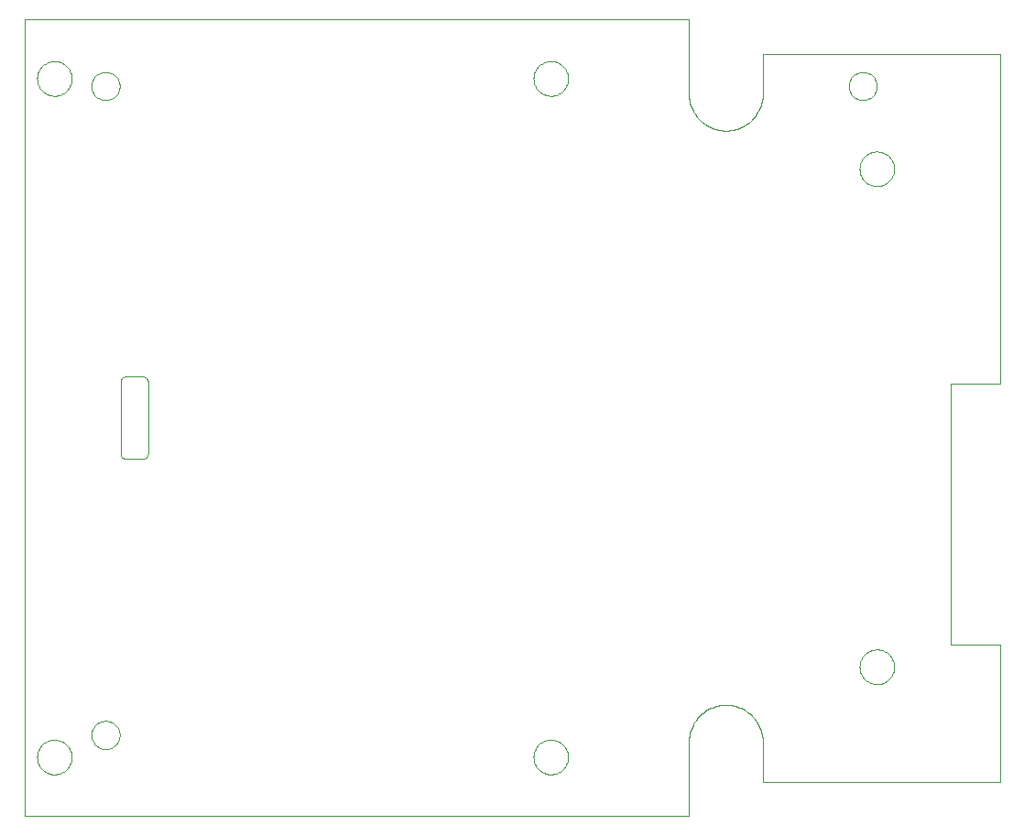
<source format=gm1>
G75*
G70*
%OFA0B0*%
%FSLAX24Y24*%
%IPPOS*%
%LPD*%
%AMOC8*
5,1,8,0,0,1.08239X$1,22.5*
%
%ADD10C,0.0000*%
D10*
X000130Y000130D02*
X024311Y000130D01*
X024311Y002827D01*
X024312Y002827D02*
X024314Y002897D01*
X024319Y002968D01*
X024329Y003038D01*
X024341Y003107D01*
X024358Y003175D01*
X024378Y003243D01*
X024401Y003309D01*
X024428Y003374D01*
X024459Y003438D01*
X024492Y003500D01*
X024529Y003560D01*
X024569Y003618D01*
X024612Y003674D01*
X024658Y003728D01*
X024706Y003779D01*
X024757Y003827D01*
X024811Y003873D01*
X024867Y003916D01*
X024925Y003956D01*
X024985Y003993D01*
X025047Y004026D01*
X025111Y004057D01*
X025176Y004084D01*
X025242Y004107D01*
X025310Y004127D01*
X025378Y004144D01*
X025447Y004156D01*
X025517Y004166D01*
X025588Y004171D01*
X025658Y004173D01*
X025728Y004171D01*
X025799Y004166D01*
X025869Y004156D01*
X025938Y004144D01*
X026006Y004127D01*
X026074Y004107D01*
X026140Y004084D01*
X026205Y004057D01*
X026269Y004026D01*
X026331Y003993D01*
X026391Y003956D01*
X026449Y003916D01*
X026505Y003873D01*
X026559Y003827D01*
X026610Y003779D01*
X026658Y003728D01*
X026704Y003674D01*
X026747Y003618D01*
X026787Y003560D01*
X026824Y003500D01*
X026857Y003438D01*
X026888Y003374D01*
X026915Y003309D01*
X026938Y003243D01*
X026958Y003175D01*
X026975Y003107D01*
X026987Y003038D01*
X026997Y002968D01*
X027002Y002897D01*
X027004Y002827D01*
X027004Y001376D01*
X035630Y001376D01*
X035630Y006380D01*
X033830Y006380D01*
X033830Y015880D01*
X035630Y015880D01*
X035630Y027880D01*
X027004Y027880D01*
X027004Y026429D01*
X025658Y025083D02*
X025588Y025085D01*
X025517Y025090D01*
X025447Y025100D01*
X025378Y025112D01*
X025310Y025129D01*
X025242Y025149D01*
X025176Y025172D01*
X025111Y025199D01*
X025047Y025230D01*
X024985Y025263D01*
X024925Y025300D01*
X024867Y025340D01*
X024811Y025383D01*
X024757Y025429D01*
X024706Y025477D01*
X024658Y025528D01*
X024612Y025582D01*
X024569Y025638D01*
X024529Y025696D01*
X024492Y025756D01*
X024459Y025818D01*
X024428Y025882D01*
X024401Y025947D01*
X024378Y026013D01*
X024358Y026081D01*
X024341Y026149D01*
X024329Y026218D01*
X024319Y026288D01*
X024314Y026359D01*
X024312Y026429D01*
X024311Y026429D02*
X024311Y029130D01*
X000130Y029130D01*
X000130Y000130D01*
X000591Y002276D02*
X000593Y002326D01*
X000599Y002376D01*
X000609Y002425D01*
X000623Y002473D01*
X000640Y002520D01*
X000661Y002565D01*
X000686Y002609D01*
X000714Y002650D01*
X000746Y002689D01*
X000780Y002726D01*
X000817Y002760D01*
X000857Y002790D01*
X000899Y002817D01*
X000943Y002841D01*
X000989Y002862D01*
X001036Y002878D01*
X001084Y002891D01*
X001134Y002900D01*
X001183Y002905D01*
X001234Y002906D01*
X001284Y002903D01*
X001333Y002896D01*
X001382Y002885D01*
X001430Y002870D01*
X001476Y002852D01*
X001521Y002830D01*
X001564Y002804D01*
X001605Y002775D01*
X001644Y002743D01*
X001680Y002708D01*
X001712Y002670D01*
X001742Y002630D01*
X001769Y002587D01*
X001792Y002543D01*
X001811Y002497D01*
X001827Y002449D01*
X001839Y002400D01*
X001847Y002351D01*
X001851Y002301D01*
X001851Y002251D01*
X001847Y002201D01*
X001839Y002152D01*
X001827Y002103D01*
X001811Y002055D01*
X001792Y002009D01*
X001769Y001965D01*
X001742Y001922D01*
X001712Y001882D01*
X001680Y001844D01*
X001644Y001809D01*
X001605Y001777D01*
X001564Y001748D01*
X001521Y001722D01*
X001476Y001700D01*
X001430Y001682D01*
X001382Y001667D01*
X001333Y001656D01*
X001284Y001649D01*
X001234Y001646D01*
X001183Y001647D01*
X001134Y001652D01*
X001084Y001661D01*
X001036Y001674D01*
X000989Y001690D01*
X000943Y001711D01*
X000899Y001735D01*
X000857Y001762D01*
X000817Y001792D01*
X000780Y001826D01*
X000746Y001863D01*
X000714Y001902D01*
X000686Y001943D01*
X000661Y001987D01*
X000640Y002032D01*
X000623Y002079D01*
X000609Y002127D01*
X000599Y002176D01*
X000593Y002226D01*
X000591Y002276D01*
X002571Y003083D02*
X002573Y003128D01*
X002579Y003172D01*
X002588Y003216D01*
X002602Y003258D01*
X002619Y003299D01*
X002640Y003339D01*
X002664Y003377D01*
X002691Y003412D01*
X002721Y003445D01*
X002754Y003475D01*
X002789Y003502D01*
X002827Y003526D01*
X002867Y003547D01*
X002908Y003564D01*
X002950Y003578D01*
X002994Y003587D01*
X003038Y003593D01*
X003083Y003595D01*
X003128Y003593D01*
X003172Y003587D01*
X003216Y003578D01*
X003258Y003564D01*
X003299Y003547D01*
X003339Y003526D01*
X003377Y003502D01*
X003412Y003475D01*
X003445Y003445D01*
X003475Y003412D01*
X003502Y003377D01*
X003526Y003339D01*
X003547Y003299D01*
X003564Y003258D01*
X003578Y003216D01*
X003587Y003172D01*
X003593Y003128D01*
X003595Y003083D01*
X003593Y003038D01*
X003587Y002994D01*
X003578Y002950D01*
X003564Y002908D01*
X003547Y002867D01*
X003526Y002827D01*
X003502Y002789D01*
X003475Y002754D01*
X003445Y002721D01*
X003412Y002691D01*
X003377Y002664D01*
X003339Y002640D01*
X003299Y002619D01*
X003258Y002602D01*
X003216Y002588D01*
X003172Y002579D01*
X003128Y002573D01*
X003083Y002571D01*
X003038Y002573D01*
X002994Y002579D01*
X002950Y002588D01*
X002908Y002602D01*
X002867Y002619D01*
X002827Y002640D01*
X002789Y002664D01*
X002754Y002691D01*
X002721Y002721D01*
X002691Y002754D01*
X002664Y002789D01*
X002640Y002827D01*
X002619Y002867D01*
X002602Y002908D01*
X002588Y002950D01*
X002579Y002994D01*
X002573Y003038D01*
X002571Y003083D01*
X003827Y013130D02*
X004433Y013130D01*
X004459Y013132D01*
X004484Y013137D01*
X004508Y013145D01*
X004532Y013156D01*
X004553Y013171D01*
X004572Y013188D01*
X004589Y013207D01*
X004604Y013229D01*
X004615Y013252D01*
X004623Y013276D01*
X004628Y013301D01*
X004630Y013327D01*
X004630Y015933D01*
X004628Y015959D01*
X004623Y015984D01*
X004615Y016008D01*
X004604Y016032D01*
X004589Y016053D01*
X004572Y016072D01*
X004553Y016089D01*
X004532Y016104D01*
X004508Y016115D01*
X004484Y016123D01*
X004459Y016128D01*
X004433Y016130D01*
X003827Y016130D01*
X003801Y016128D01*
X003776Y016123D01*
X003752Y016115D01*
X003729Y016104D01*
X003707Y016089D01*
X003688Y016072D01*
X003671Y016053D01*
X003656Y016032D01*
X003645Y016008D01*
X003637Y015984D01*
X003632Y015959D01*
X003630Y015933D01*
X003630Y013327D01*
X003632Y013301D01*
X003637Y013276D01*
X003645Y013252D01*
X003656Y013229D01*
X003671Y013207D01*
X003688Y013188D01*
X003707Y013171D01*
X003728Y013156D01*
X003752Y013145D01*
X003776Y013137D01*
X003801Y013132D01*
X003827Y013130D01*
X018657Y002276D02*
X018659Y002326D01*
X018665Y002376D01*
X018675Y002425D01*
X018689Y002473D01*
X018706Y002520D01*
X018727Y002565D01*
X018752Y002609D01*
X018780Y002650D01*
X018812Y002689D01*
X018846Y002726D01*
X018883Y002760D01*
X018923Y002790D01*
X018965Y002817D01*
X019009Y002841D01*
X019055Y002862D01*
X019102Y002878D01*
X019150Y002891D01*
X019200Y002900D01*
X019249Y002905D01*
X019300Y002906D01*
X019350Y002903D01*
X019399Y002896D01*
X019448Y002885D01*
X019496Y002870D01*
X019542Y002852D01*
X019587Y002830D01*
X019630Y002804D01*
X019671Y002775D01*
X019710Y002743D01*
X019746Y002708D01*
X019778Y002670D01*
X019808Y002630D01*
X019835Y002587D01*
X019858Y002543D01*
X019877Y002497D01*
X019893Y002449D01*
X019905Y002400D01*
X019913Y002351D01*
X019917Y002301D01*
X019917Y002251D01*
X019913Y002201D01*
X019905Y002152D01*
X019893Y002103D01*
X019877Y002055D01*
X019858Y002009D01*
X019835Y001965D01*
X019808Y001922D01*
X019778Y001882D01*
X019746Y001844D01*
X019710Y001809D01*
X019671Y001777D01*
X019630Y001748D01*
X019587Y001722D01*
X019542Y001700D01*
X019496Y001682D01*
X019448Y001667D01*
X019399Y001656D01*
X019350Y001649D01*
X019300Y001646D01*
X019249Y001647D01*
X019200Y001652D01*
X019150Y001661D01*
X019102Y001674D01*
X019055Y001690D01*
X019009Y001711D01*
X018965Y001735D01*
X018923Y001762D01*
X018883Y001792D01*
X018846Y001826D01*
X018812Y001863D01*
X018780Y001902D01*
X018752Y001943D01*
X018727Y001987D01*
X018706Y002032D01*
X018689Y002079D01*
X018675Y002127D01*
X018665Y002176D01*
X018659Y002226D01*
X018657Y002276D01*
X030524Y005563D02*
X030526Y005613D01*
X030532Y005663D01*
X030542Y005712D01*
X030556Y005760D01*
X030573Y005807D01*
X030594Y005852D01*
X030619Y005896D01*
X030647Y005937D01*
X030679Y005976D01*
X030713Y006013D01*
X030750Y006047D01*
X030790Y006077D01*
X030832Y006104D01*
X030876Y006128D01*
X030922Y006149D01*
X030969Y006165D01*
X031017Y006178D01*
X031067Y006187D01*
X031116Y006192D01*
X031167Y006193D01*
X031217Y006190D01*
X031266Y006183D01*
X031315Y006172D01*
X031363Y006157D01*
X031409Y006139D01*
X031454Y006117D01*
X031497Y006091D01*
X031538Y006062D01*
X031577Y006030D01*
X031613Y005995D01*
X031645Y005957D01*
X031675Y005917D01*
X031702Y005874D01*
X031725Y005830D01*
X031744Y005784D01*
X031760Y005736D01*
X031772Y005687D01*
X031780Y005638D01*
X031784Y005588D01*
X031784Y005538D01*
X031780Y005488D01*
X031772Y005439D01*
X031760Y005390D01*
X031744Y005342D01*
X031725Y005296D01*
X031702Y005252D01*
X031675Y005209D01*
X031645Y005169D01*
X031613Y005131D01*
X031577Y005096D01*
X031538Y005064D01*
X031497Y005035D01*
X031454Y005009D01*
X031409Y004987D01*
X031363Y004969D01*
X031315Y004954D01*
X031266Y004943D01*
X031217Y004936D01*
X031167Y004933D01*
X031116Y004934D01*
X031067Y004939D01*
X031017Y004948D01*
X030969Y004961D01*
X030922Y004977D01*
X030876Y004998D01*
X030832Y005022D01*
X030790Y005049D01*
X030750Y005079D01*
X030713Y005113D01*
X030679Y005150D01*
X030647Y005189D01*
X030619Y005230D01*
X030594Y005274D01*
X030573Y005319D01*
X030556Y005366D01*
X030542Y005414D01*
X030532Y005463D01*
X030526Y005513D01*
X030524Y005563D01*
X030524Y023693D02*
X030526Y023743D01*
X030532Y023793D01*
X030542Y023842D01*
X030556Y023890D01*
X030573Y023937D01*
X030594Y023982D01*
X030619Y024026D01*
X030647Y024067D01*
X030679Y024106D01*
X030713Y024143D01*
X030750Y024177D01*
X030790Y024207D01*
X030832Y024234D01*
X030876Y024258D01*
X030922Y024279D01*
X030969Y024295D01*
X031017Y024308D01*
X031067Y024317D01*
X031116Y024322D01*
X031167Y024323D01*
X031217Y024320D01*
X031266Y024313D01*
X031315Y024302D01*
X031363Y024287D01*
X031409Y024269D01*
X031454Y024247D01*
X031497Y024221D01*
X031538Y024192D01*
X031577Y024160D01*
X031613Y024125D01*
X031645Y024087D01*
X031675Y024047D01*
X031702Y024004D01*
X031725Y023960D01*
X031744Y023914D01*
X031760Y023866D01*
X031772Y023817D01*
X031780Y023768D01*
X031784Y023718D01*
X031784Y023668D01*
X031780Y023618D01*
X031772Y023569D01*
X031760Y023520D01*
X031744Y023472D01*
X031725Y023426D01*
X031702Y023382D01*
X031675Y023339D01*
X031645Y023299D01*
X031613Y023261D01*
X031577Y023226D01*
X031538Y023194D01*
X031497Y023165D01*
X031454Y023139D01*
X031409Y023117D01*
X031363Y023099D01*
X031315Y023084D01*
X031266Y023073D01*
X031217Y023066D01*
X031167Y023063D01*
X031116Y023064D01*
X031067Y023069D01*
X031017Y023078D01*
X030969Y023091D01*
X030922Y023107D01*
X030876Y023128D01*
X030832Y023152D01*
X030790Y023179D01*
X030750Y023209D01*
X030713Y023243D01*
X030679Y023280D01*
X030647Y023319D01*
X030619Y023360D01*
X030594Y023404D01*
X030573Y023449D01*
X030556Y023496D01*
X030542Y023544D01*
X030532Y023593D01*
X030526Y023643D01*
X030524Y023693D01*
X030130Y026705D02*
X030132Y026750D01*
X030138Y026794D01*
X030147Y026838D01*
X030161Y026880D01*
X030178Y026921D01*
X030199Y026961D01*
X030223Y026999D01*
X030250Y027034D01*
X030280Y027067D01*
X030313Y027097D01*
X030348Y027124D01*
X030386Y027148D01*
X030426Y027169D01*
X030467Y027186D01*
X030509Y027200D01*
X030553Y027209D01*
X030597Y027215D01*
X030642Y027217D01*
X030687Y027215D01*
X030731Y027209D01*
X030775Y027200D01*
X030817Y027186D01*
X030858Y027169D01*
X030898Y027148D01*
X030936Y027124D01*
X030971Y027097D01*
X031004Y027067D01*
X031034Y027034D01*
X031061Y026999D01*
X031085Y026961D01*
X031106Y026921D01*
X031123Y026880D01*
X031137Y026838D01*
X031146Y026794D01*
X031152Y026750D01*
X031154Y026705D01*
X031152Y026660D01*
X031146Y026616D01*
X031137Y026572D01*
X031123Y026530D01*
X031106Y026489D01*
X031085Y026449D01*
X031061Y026411D01*
X031034Y026376D01*
X031004Y026343D01*
X030971Y026313D01*
X030936Y026286D01*
X030898Y026262D01*
X030858Y026241D01*
X030817Y026224D01*
X030775Y026210D01*
X030731Y026201D01*
X030687Y026195D01*
X030642Y026193D01*
X030597Y026195D01*
X030553Y026201D01*
X030509Y026210D01*
X030467Y026224D01*
X030426Y026241D01*
X030386Y026262D01*
X030348Y026286D01*
X030313Y026313D01*
X030280Y026343D01*
X030250Y026376D01*
X030223Y026411D01*
X030199Y026449D01*
X030178Y026489D01*
X030161Y026530D01*
X030147Y026572D01*
X030138Y026616D01*
X030132Y026660D01*
X030130Y026705D01*
X027004Y026429D02*
X027002Y026359D01*
X026997Y026288D01*
X026987Y026218D01*
X026975Y026149D01*
X026958Y026081D01*
X026938Y026013D01*
X026915Y025947D01*
X026888Y025882D01*
X026857Y025818D01*
X026824Y025756D01*
X026787Y025696D01*
X026747Y025638D01*
X026704Y025582D01*
X026658Y025528D01*
X026610Y025477D01*
X026559Y025429D01*
X026505Y025383D01*
X026449Y025340D01*
X026391Y025300D01*
X026331Y025263D01*
X026269Y025230D01*
X026205Y025199D01*
X026140Y025172D01*
X026074Y025149D01*
X026006Y025129D01*
X025938Y025112D01*
X025869Y025100D01*
X025799Y025090D01*
X025728Y025085D01*
X025658Y025083D01*
X018657Y026980D02*
X018659Y027030D01*
X018665Y027080D01*
X018675Y027129D01*
X018689Y027177D01*
X018706Y027224D01*
X018727Y027269D01*
X018752Y027313D01*
X018780Y027354D01*
X018812Y027393D01*
X018846Y027430D01*
X018883Y027464D01*
X018923Y027494D01*
X018965Y027521D01*
X019009Y027545D01*
X019055Y027566D01*
X019102Y027582D01*
X019150Y027595D01*
X019200Y027604D01*
X019249Y027609D01*
X019300Y027610D01*
X019350Y027607D01*
X019399Y027600D01*
X019448Y027589D01*
X019496Y027574D01*
X019542Y027556D01*
X019587Y027534D01*
X019630Y027508D01*
X019671Y027479D01*
X019710Y027447D01*
X019746Y027412D01*
X019778Y027374D01*
X019808Y027334D01*
X019835Y027291D01*
X019858Y027247D01*
X019877Y027201D01*
X019893Y027153D01*
X019905Y027104D01*
X019913Y027055D01*
X019917Y027005D01*
X019917Y026955D01*
X019913Y026905D01*
X019905Y026856D01*
X019893Y026807D01*
X019877Y026759D01*
X019858Y026713D01*
X019835Y026669D01*
X019808Y026626D01*
X019778Y026586D01*
X019746Y026548D01*
X019710Y026513D01*
X019671Y026481D01*
X019630Y026452D01*
X019587Y026426D01*
X019542Y026404D01*
X019496Y026386D01*
X019448Y026371D01*
X019399Y026360D01*
X019350Y026353D01*
X019300Y026350D01*
X019249Y026351D01*
X019200Y026356D01*
X019150Y026365D01*
X019102Y026378D01*
X019055Y026394D01*
X019009Y026415D01*
X018965Y026439D01*
X018923Y026466D01*
X018883Y026496D01*
X018846Y026530D01*
X018812Y026567D01*
X018780Y026606D01*
X018752Y026647D01*
X018727Y026691D01*
X018706Y026736D01*
X018689Y026783D01*
X018675Y026831D01*
X018665Y026880D01*
X018659Y026930D01*
X018657Y026980D01*
X002571Y026705D02*
X002573Y026750D01*
X002579Y026794D01*
X002588Y026838D01*
X002602Y026880D01*
X002619Y026921D01*
X002640Y026961D01*
X002664Y026999D01*
X002691Y027034D01*
X002721Y027067D01*
X002754Y027097D01*
X002789Y027124D01*
X002827Y027148D01*
X002867Y027169D01*
X002908Y027186D01*
X002950Y027200D01*
X002994Y027209D01*
X003038Y027215D01*
X003083Y027217D01*
X003128Y027215D01*
X003172Y027209D01*
X003216Y027200D01*
X003258Y027186D01*
X003299Y027169D01*
X003339Y027148D01*
X003377Y027124D01*
X003412Y027097D01*
X003445Y027067D01*
X003475Y027034D01*
X003502Y026999D01*
X003526Y026961D01*
X003547Y026921D01*
X003564Y026880D01*
X003578Y026838D01*
X003587Y026794D01*
X003593Y026750D01*
X003595Y026705D01*
X003593Y026660D01*
X003587Y026616D01*
X003578Y026572D01*
X003564Y026530D01*
X003547Y026489D01*
X003526Y026449D01*
X003502Y026411D01*
X003475Y026376D01*
X003445Y026343D01*
X003412Y026313D01*
X003377Y026286D01*
X003339Y026262D01*
X003299Y026241D01*
X003258Y026224D01*
X003216Y026210D01*
X003172Y026201D01*
X003128Y026195D01*
X003083Y026193D01*
X003038Y026195D01*
X002994Y026201D01*
X002950Y026210D01*
X002908Y026224D01*
X002867Y026241D01*
X002827Y026262D01*
X002789Y026286D01*
X002754Y026313D01*
X002721Y026343D01*
X002691Y026376D01*
X002664Y026411D01*
X002640Y026449D01*
X002619Y026489D01*
X002602Y026530D01*
X002588Y026572D01*
X002579Y026616D01*
X002573Y026660D01*
X002571Y026705D01*
X000591Y026980D02*
X000593Y027030D01*
X000599Y027080D01*
X000609Y027129D01*
X000623Y027177D01*
X000640Y027224D01*
X000661Y027269D01*
X000686Y027313D01*
X000714Y027354D01*
X000746Y027393D01*
X000780Y027430D01*
X000817Y027464D01*
X000857Y027494D01*
X000899Y027521D01*
X000943Y027545D01*
X000989Y027566D01*
X001036Y027582D01*
X001084Y027595D01*
X001134Y027604D01*
X001183Y027609D01*
X001234Y027610D01*
X001284Y027607D01*
X001333Y027600D01*
X001382Y027589D01*
X001430Y027574D01*
X001476Y027556D01*
X001521Y027534D01*
X001564Y027508D01*
X001605Y027479D01*
X001644Y027447D01*
X001680Y027412D01*
X001712Y027374D01*
X001742Y027334D01*
X001769Y027291D01*
X001792Y027247D01*
X001811Y027201D01*
X001827Y027153D01*
X001839Y027104D01*
X001847Y027055D01*
X001851Y027005D01*
X001851Y026955D01*
X001847Y026905D01*
X001839Y026856D01*
X001827Y026807D01*
X001811Y026759D01*
X001792Y026713D01*
X001769Y026669D01*
X001742Y026626D01*
X001712Y026586D01*
X001680Y026548D01*
X001644Y026513D01*
X001605Y026481D01*
X001564Y026452D01*
X001521Y026426D01*
X001476Y026404D01*
X001430Y026386D01*
X001382Y026371D01*
X001333Y026360D01*
X001284Y026353D01*
X001234Y026350D01*
X001183Y026351D01*
X001134Y026356D01*
X001084Y026365D01*
X001036Y026378D01*
X000989Y026394D01*
X000943Y026415D01*
X000899Y026439D01*
X000857Y026466D01*
X000817Y026496D01*
X000780Y026530D01*
X000746Y026567D01*
X000714Y026606D01*
X000686Y026647D01*
X000661Y026691D01*
X000640Y026736D01*
X000623Y026783D01*
X000609Y026831D01*
X000599Y026880D01*
X000593Y026930D01*
X000591Y026980D01*
M02*

</source>
